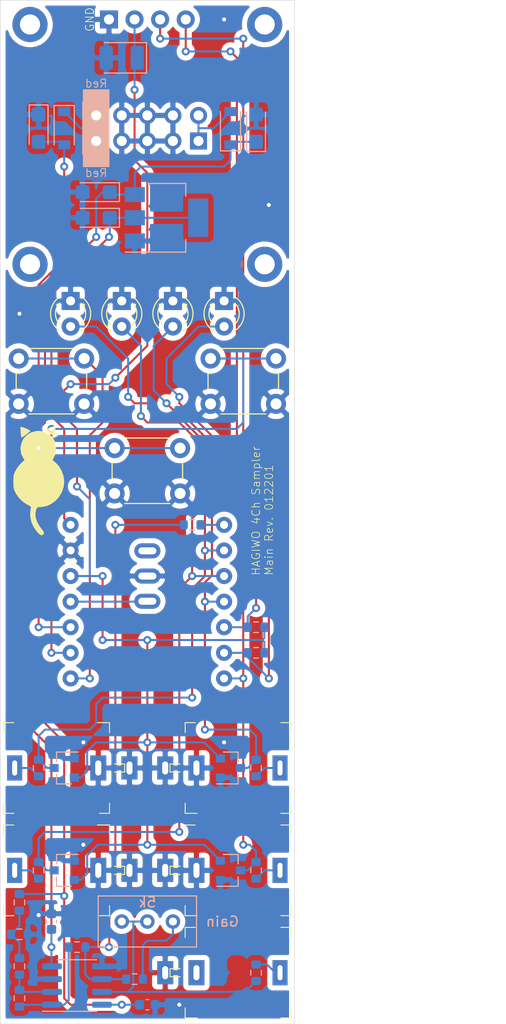
<source format=kicad_pcb>
(kicad_pcb (version 20171130) (host pcbnew "(5.1.10)-1")
  (layers (0 F.Cu signal) (31 B.Cu signal) (34 B.Paste user) (35 F.Paste user) (36 B.SilkS user) (37 F.SilkS user) (38 B.Mask user) (39 F.Mask user) (44 Edge.Cuts user))
  (net 0 "")
  (net 1 GND)
  (net 2 +3V3)
  (net 3 +12V)
  (net 4 +5V)
  (net 5 -12V)
  (net 6 D1)
  (net 7 D3)
  (net 8 D2)
  (net 9 D4)
  (net 10 "Net-(D9-Pad2)")
  (net 11 "Net-(D10-Pad1)")
  (net 12 SDA)
  (net 13 SCL)
  (net 14 "Net-(J1-PadT)")
  (net 15 "Net-(J2-PadT)")
  (net 16 "Net-(J3-PadT)")
  (net 17 "Net-(J4-PadT)")
  (net 18 "Net-(R12-Pad2)")
  (net 19 "Net-(R6-Pad2)")
  (net 20 "Net-(R10-Pad2)")
  (net 21 "Net-(R10-Pad1)")
  (net 22 "Net-(R11-Pad1)")
  (net 23 DAC)
  (net 24 "Net-(R14-Pad2)")
  (net 25 A7)
  (net 26 A8)
  (net 27 A9)
  (net 28 D10)
  (net 29 "Net-(J5-PadT)")
  (module "Eurorack_Synth:CATs Tiny" (layer F.Cu) (at 3.81 47.625)
    (fp_text reference G*** hide)
    (fp_text value LOGO hide)
  )
  (module OLED:0.96inch_OLED_MC096GX (layer F.Cu) (at 14.605 1.905)
    (fp_text reference DISP1 hide)
    (fp_text value MC096xx hide)
    (pad SDA thru_hole circle (at 3.81 0) (size 1.8 1.8) (drill 1) (layers *.Cu *.Mask) (net 12 SDA))
    (pad SCL thru_hole circle (at 1.27 0) (size 1.8 1.8) (drill 1) (layers *.Cu *.Mask) (net 13 SCL))
    (pad VCC thru_hole circle (at -1.27 0) (size 1.8 1.8) (drill 1) (layers *.Cu *.Mask) (net 2 +3V3))
    (pad GND thru_hole rect (at -3.81 0) (size 1.8 1.8) (drill 1) (layers *.Cu *.Mask) (net 1 GND))
    (pad "" np_thru_hole circle (at 11.65 24.3) (size 3.5 3.5) (drill 2) (layers *.Cu *.Mask))
    (pad "" np_thru_hole circle (at -11.65 24.3) (size 3.5 3.5) (drill 2) (layers *.Cu *.Mask))
    (pad "" np_thru_hole circle (at 11.65 0.5) (size 3.5 3.5) (drill 2) (layers *.Cu *.Mask))
    (pad "" np_thru_hole circle (at -11.65 0.5) (size 3.5 3.5) (drill 2) (layers *.Cu *.Mask))
  )
  (module Connector_Audio_QingPu:Jack_3.5mm_QingPu_WQP-PJ301M-12 (layer F.Cu) (at 6.35 86.36 90)
    (fp_text reference J3 hide)
    (fp_text value "Ch. 2 In" hide)
    (pad T thru_hole rect (at 0 -4.92 90) (size 2.5 1.5) (drill oval 1.5 0.5) (layers *.Cu *.Mask) (net 16 "Net-(J3-PadT)"))
    (pad TN thru_hole rect (at 0 3.38 90) (size 2.5 1.6) (drill oval 1.5 0.6) (layers *.Cu *.Mask) (net 1 GND))
    (pad S thru_hole rect (at 0 6.48 90) (size 2.3 1.6) (drill oval 1.3 0.6) (layers *.Cu *.Mask) (net 1 GND))
  )
  (module Package_TO_SOT_SMD:SOT-223-3_TabPin2 (layer B.Cu) (at 16.51 21.59)
    (fp_text reference U3 hide)
    (fp_text value AMS1117-5.0 hide)
    (pad 1 smd rect (at -3.15 2.3) (size 2 1.5) (layers B.Cu B.Paste B.Mask) (net 1 GND))
    (pad 3 smd rect (at -3.15 -2.3) (size 2 1.5) (layers B.Cu B.Paste B.Mask) (net 3 +12V))
    (pad 2 smd rect (at -3.15 0) (size 2 1.5) (layers B.Cu B.Paste B.Mask) (net 4 +5V))
    (pad 2 smd rect (at 3.15 0) (size 2 3.8) (layers B.Cu B.Paste B.Mask) (net 4 +5V))
  )
  (module "Seeduino_Xiao:Seeeduino XIAO Pin" (layer B.Cu) (at 14.605 59.69 180)
    (fp_text reference U2 hide)
    (fp_text value SeeeduinoXIAOPin hide)
    (pad 8 thru_hole circle (at 7.62 -7.62 180) (size 1.6 1.6) (drill 0.8) (layers *.Cu *.Mask) (net 25 A7))
    (pad 9 thru_hole circle (at 7.62 -5.08 180) (size 1.6 1.6) (drill 0.8) (layers *.Cu *.Mask) (net 26 A8))
    (pad 10 thru_hole circle (at 7.62 -2.54 180) (size 1.6 1.6) (drill 0.8) (layers *.Cu *.Mask) (net 27 A9))
    (pad 11 thru_hole circle (at 7.62 0 180) (size 1.6 1.6) (drill 0.8) (layers *.Cu *.Mask) (net 28 D10))
    (pad 12 thru_hole circle (at 7.62 2.54 180) (size 1.6 1.6) (drill 0.8) (layers *.Cu *.Mask) (net 2 +3V3))
    (pad 13 thru_hole circle (at 7.62 5.08 180) (size 1.6 1.6) (drill 0.8) (layers *.Cu *.Mask) (net 1 GND))
    (pad 14 thru_hole circle (at 7.62 7.62 180) (size 1.6 1.6) (drill 0.8) (layers *.Cu *.Mask) (net 4 +5V))
    (pad 7 thru_hole circle (at -7.62 -7.62 180) (size 1.6 1.6) (drill 0.8) (layers *.Cu *.Mask) (net 9 D4))
    (pad 6 thru_hole circle (at -7.62 -5.08 180) (size 1.6 1.6) (drill 0.8) (layers *.Cu *.Mask) (net 13 SCL))
    (pad 5 thru_hole circle (at -7.62 -2.54 180) (size 1.6 1.6) (drill 0.8) (layers *.Cu *.Mask) (net 12 SDA))
    (pad 4 thru_hole circle (at -7.62 0 180) (size 1.6 1.6) (drill 0.8) (layers *.Cu *.Mask) (net 7 D3))
    (pad 3 thru_hole circle (at -7.62 2.54 180) (size 1.6 1.6) (drill 0.8) (layers *.Cu *.Mask) (net 8 D2))
    (pad 2 thru_hole circle (at -7.62 5.08 180) (size 1.6 1.6) (drill 0.8) (layers *.Cu *.Mask) (net 6 D1))
    (pad 1 thru_hole circle (at -7.62 7.62 180) (size 1.6 1.6) (drill 0.8) (layers *.Cu *.Mask) (net 23 DAC))
  )
  (module Package_SO:SOIC-8_3.9x4.9mm_P1.27mm (layer B.Cu) (at 7.62 97.79)
    (fp_text reference U1 hide)
    (fp_text value TL072CDT hide)
    (pad 8 smd roundrect (at 2.475 1.905) (size 1.95 0.6) (layers B.Cu B.Paste B.Mask) (net 3 +12V))
    (pad 7 smd roundrect (at 2.475 0.635) (size 1.95 0.6) (layers B.Cu B.Paste B.Mask) (net 24 "Net-(R14-Pad2)"))
    (pad 6 smd roundrect (at 2.475 -0.635) (size 1.95 0.6) (layers B.Cu B.Paste B.Mask) (net 21 "Net-(R10-Pad1)"))
    (pad 5 smd roundrect (at 2.475 -1.905) (size 1.95 0.6) (layers B.Cu B.Paste B.Mask) (net 1 GND))
    (pad 4 smd roundrect (at -2.475 -1.905) (size 1.95 0.6) (layers B.Cu B.Paste B.Mask) (net 5 -12V))
    (pad 3 smd roundrect (at -2.475 -0.635) (size 1.95 0.6) (layers B.Cu B.Paste B.Mask) (net 1 GND))
    (pad 2 smd roundrect (at -2.475 0.635) (size 1.95 0.6) (layers B.Cu B.Paste B.Mask) (net 19 "Net-(R6-Pad2)"))
    (pad 1 smd roundrect (at -2.475 1.905) (size 1.95 0.6) (layers B.Cu B.Paste B.Mask) (net 20 "Net-(R10-Pad2)"))
  )
  (module Potentiometer_THT:Potentiometer_Bourns_3296W_Vertical (layer B.Cu) (at 17.145 91.44)
    (fp_text reference T1 hide)
    (fp_text value 5k (at -2.54 -1.905) (layer B.SilkS) (effects (justify mirror)))
    (pad 3 thru_hole circle (at -5.08 0) (size 1.44 1.44) (drill 0.8) (layers *.Cu *.Mask) (net 24 "Net-(R14-Pad2)"))
    (pad 2 thru_hole circle (at -2.54 0) (size 1.44 1.44) (drill 0.8) (layers *.Cu *.Mask) (net 24 "Net-(R14-Pad2)"))
    (pad 1 thru_hole circle (at 0 0) (size 1.44 1.44) (drill 0.8) (layers *.Cu *.Mask) (net 22 "Net-(R11-Pad1)"))
  )
  (module Switches_SMTS:SMTS-1xx-Solder (layer F.Cu) (at 14.605 57.15 90)
    (fp_text reference SW4 hide)
    (fp_text value Mode hide)
    (pad 3 thru_hole oval (at 2.5 0 90) (size 1.5 2.6) (drill oval 0.7 1.8) (layers *.Cu *.Mask))
    (pad 2 thru_hole oval (at -2.5 0 90) (size 1.5 2.6) (drill oval 0.7 1.8) (layers *.Cu *.Mask) (net 28 D10))
    (pad 1 thru_hole oval (at 0 0 90) (size 1.5 2.6) (drill oval 0.7 1.8) (layers *.Cu *.Mask) (net 1 GND))
  )
  (module Button_Switch_THT:SW_PUSH_6mm (layer F.Cu) (at 11.355 44.45)
    (fp_text reference SW3 hide)
    (fp_text value Down hide)
    (pad 1 thru_hole circle (at 6.5 0 90) (size 2 2) (drill 1.1) (layers *.Cu *.Mask) (net 27 A9))
    (pad 2 thru_hole circle (at 6.5 4.5 90) (size 2 2) (drill 1.1) (layers *.Cu *.Mask) (net 1 GND))
    (pad 1 thru_hole circle (at 0 0 90) (size 2 2) (drill 1.1) (layers *.Cu *.Mask) (net 27 A9))
    (pad 2 thru_hole circle (at 0 4.5 90) (size 2 2) (drill 1.1) (layers *.Cu *.Mask) (net 1 GND))
  )
  (module Button_Switch_THT:SW_PUSH_6mm (layer F.Cu) (at 20.88 35.56)
    (fp_text reference SW2 hide)
    (fp_text value Right hide)
    (pad 1 thru_hole circle (at 6.5 0 90) (size 2 2) (drill 1.1) (layers *.Cu *.Mask) (net 26 A8))
    (pad 2 thru_hole circle (at 6.5 4.5 90) (size 2 2) (drill 1.1) (layers *.Cu *.Mask) (net 1 GND))
    (pad 1 thru_hole circle (at 0 0 90) (size 2 2) (drill 1.1) (layers *.Cu *.Mask) (net 26 A8))
    (pad 2 thru_hole circle (at 0 4.5 90) (size 2 2) (drill 1.1) (layers *.Cu *.Mask) (net 1 GND))
  )
  (module Button_Switch_THT:SW_PUSH_6mm (layer F.Cu) (at 1.83 35.56)
    (fp_text reference SW1 hide)
    (fp_text value Left hide)
    (pad 1 thru_hole circle (at 6.5 0 90) (size 2 2) (drill 1.1) (layers *.Cu *.Mask) (net 25 A7))
    (pad 2 thru_hole circle (at 6.5 4.5 90) (size 2 2) (drill 1.1) (layers *.Cu *.Mask) (net 1 GND))
    (pad 1 thru_hole circle (at 0 0 90) (size 2 2) (drill 1.1) (layers *.Cu *.Mask) (net 25 A7))
    (pad 2 thru_hole circle (at 0 4.5 90) (size 2 2) (drill 1.1) (layers *.Cu *.Mask) (net 1 GND))
  )
  (module Resistor_SMD:R_0603_1608Metric (layer B.Cu) (at 25.4 96.52 270)
    (fp_text reference R14 hide)
    (fp_text value 1k hide)
    (pad 2 smd roundrect (at 0.825 0 270) (size 0.8 0.95) (layers B.Cu B.Paste B.Mask) (net 24 "Net-(R14-Pad2)"))
    (pad 1 smd roundrect (at -0.825 0 270) (size 0.8 0.95) (layers B.Cu B.Paste B.Mask) (net 29 "Net-(J5-PadT)"))
  )
  (module Resistor_SMD:R_0603_1608Metric (layer B.Cu) (at 19.05 52.07)
    (fp_text reference R13 hide)
    (fp_text value 10k hide)
    (pad 2 smd roundrect (at 0.825 0) (size 0.8 0.95) (layers B.Cu B.Paste B.Mask) (net 23 DAC))
    (pad 1 smd roundrect (at -0.825 0) (size 0.8 0.95) (layers B.Cu B.Paste B.Mask) (net 21 "Net-(R10-Pad1)"))
  )
  (module Resistor_SMD:R_0603_1608Metric (layer B.Cu) (at 1.905 92.71 180)
    (fp_text reference R12 hide)
    (fp_text value 1k5 hide)
    (pad 2 smd roundrect (at 0.825 0 180) (size 0.8 0.95) (layers B.Cu B.Paste B.Mask) (net 18 "Net-(R12-Pad2)"))
    (pad 1 smd roundrect (at -0.825 0 180) (size 0.8 0.95) (layers B.Cu B.Paste B.Mask) (net 1 GND))
  )
  (module Resistor_SMD:R_0603_1608Metric (layer B.Cu) (at 13.335 97.155 180)
    (fp_text reference R11 hide)
    (fp_text value 27k hide)
    (pad 2 smd roundrect (at 0.825 0 180) (size 0.8 0.95) (layers B.Cu B.Paste B.Mask) (net 21 "Net-(R10-Pad1)"))
    (pad 1 smd roundrect (at -0.825 0 180) (size 0.8 0.95) (layers B.Cu B.Paste B.Mask) (net 22 "Net-(R11-Pad1)"))
  )
  (module Resistor_SMD:R_0603_1608Metric (layer B.Cu) (at 7.62 93.98 180)
    (fp_text reference R10 hide)
    (fp_text value 10k hide)
    (pad 2 smd roundrect (at 0.825 0 180) (size 0.8 0.95) (layers B.Cu B.Paste B.Mask) (net 20 "Net-(R10-Pad2)"))
    (pad 1 smd roundrect (at -0.825 0 180) (size 0.8 0.95) (layers B.Cu B.Paste B.Mask) (net 21 "Net-(R10-Pad1)"))
  )
  (module Resistor_SMD:R_0603_1608Metric (layer B.Cu) (at 1.905 95.885 90)
    (fp_text reference R9 hide)
    (fp_text value 10k hide)
    (pad 2 smd roundrect (at 0.825 0 90) (size 0.8 0.95) (layers B.Cu B.Paste B.Mask) (net 18 "Net-(R12-Pad2)"))
    (pad 1 smd roundrect (at -0.825 0 90) (size 0.8 0.95) (layers B.Cu B.Paste B.Mask) (net 19 "Net-(R6-Pad2)"))
  )
  (module Resistor_SMD:R_0603_1608Metric (layer B.Cu) (at 25.4 86.36 270)
    (fp_text reference R8 hide)
    (fp_text value 33k hide)
    (pad 2 smd roundrect (at 0.825 0 270) (size 0.8 0.95) (layers B.Cu B.Paste B.Mask) (net 17 "Net-(J4-PadT)"))
    (pad 1 smd roundrect (at -0.825 0 270) (size 0.8 0.95) (layers B.Cu B.Paste B.Mask) (net 9 D4))
  )
  (module Resistor_SMD:R_0603_1608Metric (layer B.Cu) (at 3.81 86.36 270)
    (fp_text reference R7 hide)
    (fp_text value 33k hide)
    (pad 2 smd roundrect (at 0.825 0 270) (size 0.8 0.95) (layers B.Cu B.Paste B.Mask) (net 16 "Net-(J3-PadT)"))
    (pad 1 smd roundrect (at -0.825 0 270) (size 0.8 0.95) (layers B.Cu B.Paste B.Mask) (net 8 D2))
  )
  (module Resistor_SMD:R_0603_1608Metric (layer B.Cu) (at 1.905 99.06 90)
    (fp_text reference R6 hide)
    (fp_text value 10k hide)
    (pad 2 smd roundrect (at 0.825 0 90) (size 0.8 0.95) (layers B.Cu B.Paste B.Mask) (net 19 "Net-(R6-Pad2)"))
    (pad 1 smd roundrect (at -0.825 0 90) (size 0.8 0.95) (layers B.Cu B.Paste B.Mask) (net 20 "Net-(R10-Pad2)"))
  )
  (module Resistor_SMD:R_0603_1608Metric (layer B.Cu) (at 1.905 89.535 90)
    (fp_text reference R5 hide)
    (fp_text value 7k5 hide)
    (pad 2 smd roundrect (at 0.825 0 90) (size 0.8 0.95) (layers B.Cu B.Paste B.Mask) (net 3 +12V))
    (pad 1 smd roundrect (at -0.825 0 90) (size 0.8 0.95) (layers B.Cu B.Paste B.Mask) (net 18 "Net-(R12-Pad2)"))
  )
  (module Resistor_SMD:R_0603_1608Metric (layer B.Cu) (at 25.4 76.2 270)
    (fp_text reference R4 hide)
    (fp_text value 33k hide)
    (pad 2 smd roundrect (at 0.825 0 270) (size 0.8 0.95) (layers B.Cu B.Paste B.Mask) (net 15 "Net-(J2-PadT)"))
    (pad 1 smd roundrect (at -0.825 0 270) (size 0.8 0.95) (layers B.Cu B.Paste B.Mask) (net 7 D3))
  )
  (module Resistor_SMD:R_0603_1608Metric (layer B.Cu) (at 3.81 76.2 270)
    (fp_text reference R3 hide)
    (fp_text value 33k hide)
    (pad 2 smd roundrect (at 0.825 0 270) (size 0.8 0.95) (layers B.Cu B.Paste B.Mask) (net 14 "Net-(J1-PadT)"))
    (pad 1 smd roundrect (at -0.825 0 270) (size 0.8 0.95) (layers B.Cu B.Paste B.Mask) (net 6 D1))
  )
  (module Resistor_SMD:R_0603_1608Metric (layer B.Cu) (at 25.4 64.77)
    (fp_text reference R2 hide)
    (fp_text value 3k3 hide)
    (pad 2 smd roundrect (at 0.825 0) (size 0.8 0.95) (layers B.Cu B.Paste B.Mask) (net 2 +3V3))
    (pad 1 smd roundrect (at -0.825 0) (size 0.8 0.95) (layers B.Cu B.Paste B.Mask) (net 13 SCL))
  )
  (module Resistor_SMD:R_0603_1608Metric (layer B.Cu) (at 25.4 62.23)
    (fp_text reference R1 hide)
    (fp_text value 3k3 hide)
    (pad 2 smd roundrect (at 0.825 0) (size 0.8 0.95) (layers B.Cu B.Paste B.Mask) (net 2 +3V3))
    (pad 1 smd roundrect (at -0.825 0) (size 0.8 0.95) (layers B.Cu B.Paste B.Mask) (net 12 SDA))
  )
  (module Eurorack_Synth:Power_2x5_Vertical (layer B.Cu) (at 19.685 13.97 90)
    (fp_text reference J6 hide)
    (fp_text value Power hide)
    (fp_text user Red (at -3.175 -10.16 180) (layer B.SilkS) (effects (font (size 0.8 0.8) (thickness 0.1)) (justify mirror)))
    (fp_text user Red (at 5.715 -10.16 180) (layer B.SilkS) (effects (font (size 0.8 0.8) (thickness 0.1)) (justify mirror)))
    (pad -12V thru_hole oval (at 2.54 -10.16 90) (size 1.7 1.7) (drill 1) (layers *.Cu *.Mask) (net 11 "Net-(D10-Pad1)"))
    (pad -12V thru_hole oval (at 0 -10.16 90) (size 1.7 1.7) (drill 1) (layers *.Cu *.Mask) (net 11 "Net-(D10-Pad1)"))
    (pad GND thru_hole oval (at 2.54 -7.62 90) (size 1.7 1.7) (drill 1) (layers *.Cu *.Mask) (net 1 GND))
    (pad GND thru_hole oval (at 0 -7.62 90) (size 1.7 1.7) (drill 1) (layers *.Cu *.Mask) (net 1 GND))
    (pad GND thru_hole oval (at 2.54 -5.08 90) (size 1.7 1.7) (drill 1) (layers *.Cu *.Mask) (net 1 GND))
    (pad GND thru_hole oval (at 0 -5.08 90) (size 1.7 1.7) (drill 1) (layers *.Cu *.Mask) (net 1 GND))
    (pad GND thru_hole oval (at 2.54 -2.54 90) (size 1.7 1.7) (drill 1) (layers *.Cu *.Mask) (net 1 GND))
    (pad GND thru_hole oval (at 0 -2.54 90) (size 1.7 1.7) (drill 1) (layers *.Cu *.Mask) (net 1 GND))
    (pad +12V thru_hole oval (at 2.54 0 90) (size 1.7 1.7) (drill 1) (layers *.Cu *.Mask) (net 10 "Net-(D9-Pad2)"))
    (pad +12V thru_hole rect (at 0 0 90) (size 1.7 1.7) (drill 1) (layers *.Cu *.Mask) (net 10 "Net-(D9-Pad2)"))
  )
  (module Connector_Audio_QingPu:Jack_3.5mm_QingPu_WQP-PJ301M-12 (layer F.Cu) (at 22.86 96.52 270)
    (fp_text reference J5 hide)
    (fp_text value Out hide)
    (pad T thru_hole rect (at 0 -4.92 270) (size 2.5 1.5) (drill oval 1.5 0.5) (layers *.Cu *.Mask) (net 29 "Net-(J5-PadT)"))
    (pad TN thru_hole rect (at 0 3.38 270) (size 2.5 1.6) (drill oval 1.5 0.6) (layers *.Cu *.Mask))
    (pad S thru_hole rect (at 0 6.48 270) (size 2.3 1.6) (drill oval 1.3 0.6) (layers *.Cu *.Mask) (net 1 GND))
  )
  (module Connector_Audio_QingPu:Jack_3.5mm_QingPu_WQP-PJ301M-12 (layer F.Cu) (at 22.86 86.36 270)
    (fp_text reference J4 hide)
    (fp_text value "Ch. 4 In" hide)
    (pad T thru_hole rect (at 0 -4.92 270) (size 2.5 1.5) (drill oval 1.5 0.5) (layers *.Cu *.Mask) (net 17 "Net-(J4-PadT)"))
    (pad TN thru_hole rect (at 0 3.38 270) (size 2.5 1.6) (drill oval 1.5 0.6) (layers *.Cu *.Mask) (net 1 GND))
    (pad S thru_hole rect (at 0 6.48 270) (size 2.3 1.6) (drill oval 1.3 0.6) (layers *.Cu *.Mask) (net 1 GND))
  )
  (module Connector_Audio_QingPu:Jack_3.5mm_QingPu_WQP-PJ301M-12 (layer F.Cu) (at 22.86 76.2 270)
    (fp_text reference J2 hide)
    (fp_text value "Ch. 3 In" hide)
    (pad T thru_hole rect (at 0 -4.92 270) (size 2.5 1.5) (drill oval 1.5 0.5) (layers *.Cu *.Mask) (net 15 "Net-(J2-PadT)"))
    (pad TN thru_hole rect (at 0 3.38 270) (size 2.5 1.6) (drill oval 1.5 0.6) (layers *.Cu *.Mask) (net 1 GND))
    (pad S thru_hole rect (at 0 6.48 270) (size 2.3 1.6) (drill oval 1.3 0.6) (layers *.Cu *.Mask) (net 1 GND))
  )
  (module Connector_Audio_QingPu:Jack_3.5mm_QingPu_WQP-PJ301M-12 (layer F.Cu) (at 6.35 76.2 90)
    (fp_text reference J1 hide)
    (fp_text value "Ch. 1 In" hide)
    (pad T thru_hole rect (at 0 -4.92 90) (size 2.5 1.5) (drill oval 1.5 0.5) (layers *.Cu *.Mask) (net 14 "Net-(J1-PadT)"))
    (pad TN thru_hole rect (at 0 3.38 90) (size 2.5 1.6) (drill oval 1.5 0.6) (layers *.Cu *.Mask) (net 1 GND))
    (pad S thru_hole rect (at 0 6.48 90) (size 2.3 1.6) (drill oval 1.3 0.6) (layers *.Cu *.Mask) (net 1 GND))
  )
  (module Diode_SMD:D_SOD-123 (layer B.Cu) (at 6.35 12.7 270)
    (fp_text reference D10 hide)
    (fp_text value "B5819W SL" hide)
    (pad 2 smd rect (at 1.65 0 270) (size 0.9 1.2) (layers B.Cu B.Paste B.Mask) (net 5 -12V))
    (pad 1 smd rect (at -1.65 0 270) (size 0.9 1.2) (layers B.Cu B.Paste B.Mask) (net 11 "Net-(D10-Pad1)"))
  )
  (module Diode_SMD:D_SOD-123 (layer B.Cu) (at 22.86 12.7 90)
    (fp_text reference D9 hide)
    (fp_text value "B5819W SL" hide)
    (pad 2 smd rect (at 1.65 0 90) (size 0.9 1.2) (layers B.Cu B.Paste B.Mask) (net 10 "Net-(D9-Pad2)"))
    (pad 1 smd rect (at -1.65 0 90) (size 0.9 1.2) (layers B.Cu B.Paste B.Mask) (net 3 +12V))
  )
  (module LED_THT:LED_D3.0mm (layer F.Cu) (at 22.225 29.845 270)
    (fp_text reference D8 hide)
    (fp_text value "Ch 4" hide)
    (pad 2 thru_hole circle (at 2.54 0 270) (size 1.8 1.8) (drill 0.9) (layers *.Cu *.Mask) (net 9 D4))
    (pad 1 thru_hole rect (at 0 0 270) (size 1.8 1.8) (drill 0.9) (layers *.Cu *.Mask) (net 1 GND))
  )
  (module LED_THT:LED_D3.0mm (layer F.Cu) (at 12.065 29.845 270)
    (fp_text reference D7 hide)
    (fp_text value "Ch 2" hide)
    (pad 2 thru_hole circle (at 2.54 0 270) (size 1.8 1.8) (drill 0.9) (layers *.Cu *.Mask) (net 8 D2))
    (pad 1 thru_hole rect (at 0 0 270) (size 1.8 1.8) (drill 0.9) (layers *.Cu *.Mask) (net 1 GND))
  )
  (module Package_TO_SOT_SMD:SOT-23 (layer B.Cu) (at 22.86 86.36)
    (fp_text reference D6 hide)
    (fp_text value BAV99 hide)
    (pad 3 smd rect (at 1 0) (size 0.9 0.8) (layers B.Cu B.Paste B.Mask) (net 9 D4))
    (pad 2 smd rect (at -1 -0.95) (size 0.9 0.8) (layers B.Cu B.Paste B.Mask) (net 2 +3V3))
    (pad 1 smd rect (at -1 0.95) (size 0.9 0.8) (layers B.Cu B.Paste B.Mask) (net 1 GND))
  )
  (module Package_TO_SOT_SMD:SOT-23 (layer B.Cu) (at 6.35 86.36 180)
    (fp_text reference D5 hide)
    (fp_text value BAV99 hide)
    (pad 3 smd rect (at 1 0 180) (size 0.9 0.8) (layers B.Cu B.Paste B.Mask) (net 8 D2))
    (pad 2 smd rect (at -1 -0.95 180) (size 0.9 0.8) (layers B.Cu B.Paste B.Mask) (net 2 +3V3))
    (pad 1 smd rect (at -1 0.95 180) (size 0.9 0.8) (layers B.Cu B.Paste B.Mask) (net 1 GND))
  )
  (module LED_THT:LED_D3.0mm (layer F.Cu) (at 17.145 29.845 270)
    (fp_text reference D4 hide)
    (fp_text value "Ch 3" hide)
    (pad 2 thru_hole circle (at 2.54 0 270) (size 1.8 1.8) (drill 0.9) (layers *.Cu *.Mask) (net 7 D3))
    (pad 1 thru_hole rect (at 0 0 270) (size 1.8 1.8) (drill 0.9) (layers *.Cu *.Mask) (net 1 GND))
  )
  (module LED_THT:LED_D3.0mm (layer F.Cu) (at 6.985 29.845 270)
    (fp_text reference D3 hide)
    (fp_text value "Ch 1" hide)
    (pad 2 thru_hole circle (at 2.54 0 270) (size 1.8 1.8) (drill 0.9) (layers *.Cu *.Mask) (net 6 D1))
    (pad 1 thru_hole rect (at 0 0 270) (size 1.8 1.8) (drill 0.9) (layers *.Cu *.Mask) (net 1 GND))
  )
  (module Package_TO_SOT_SMD:SOT-23 (layer B.Cu) (at 22.86 76.2)
    (fp_text reference D2 hide)
    (fp_text value BAV99 hide)
    (pad 3 smd rect (at 1 0) (size 0.9 0.8) (layers B.Cu B.Paste B.Mask) (net 7 D3))
    (pad 2 smd rect (at -1 -0.95) (size 0.9 0.8) (layers B.Cu B.Paste B.Mask) (net 2 +3V3))
    (pad 1 smd rect (at -1 0.95) (size 0.9 0.8) (layers B.Cu B.Paste B.Mask) (net 1 GND))
  )
  (module Package_TO_SOT_SMD:SOT-23 (layer B.Cu) (at 6.35 76.2 180)
    (fp_text reference D1 hide)
    (fp_text value BAV99 hide)
    (pad 3 smd rect (at 1 0 180) (size 0.9 0.8) (layers B.Cu B.Paste B.Mask) (net 6 D1))
    (pad 2 smd rect (at -1 -0.95 180) (size 0.9 0.8) (layers B.Cu B.Paste B.Mask) (net 2 +3V3))
    (pad 1 smd rect (at -1 0.95 180) (size 0.9 0.8) (layers B.Cu B.Paste B.Mask) (net 1 GND))
  )
  (module Capacitor_SMD:C_0603_1608Metric (layer B.Cu) (at 5.08 91.44 90)
    (fp_text reference C8 hide)
    (fp_text value 100n hide)
    (pad 2 smd roundrect (at 0.775 0 90) (size 0.9 0.95) (layers B.Cu B.Paste B.Mask) (net 1 GND))
    (pad 1 smd roundrect (at -0.775 0 90) (size 0.9 0.95) (layers B.Cu B.Paste B.Mask) (net 5 -12V))
  )
  (module Capacitor_Tantalum_SMD:CP_EIA-3216-18_Kemet-A (layer B.Cu) (at 3.81 12.7 270)
    (fp_text reference C7 hide)
    (fp_text value 10uF/16V hide)
    (pad 2 smd roundrect (at 1.35 0 270) (size 1.4 1.35) (layers B.Cu B.Paste B.Mask) (roundrect_rratio 0.1851844444444445) (net 5 -12V))
    (pad 1 smd roundrect (at -1.35 0 270) (size 1.4 1.35) (layers B.Cu B.Paste B.Mask) (roundrect_rratio 0.1851844444444445) (net 1 GND))
  )
  (module Capacitor_SMD:C_0603_1608Metric (layer B.Cu) (at 14.605 99.695 180)
    (fp_text reference C6 hide)
    (fp_text value 100n hide)
    (pad 2 smd roundrect (at 0.775 0 180) (size 0.9 0.95) (layers B.Cu B.Paste B.Mask) (net 3 +12V))
    (pad 1 smd roundrect (at -0.775 0 180) (size 0.9 0.95) (layers B.Cu B.Paste B.Mask) (net 1 GND))
  )
  (module Capacitor_Tantalum_SMD:CP_EIA-3216-18_Kemet-A (layer B.Cu) (at 9.525 21.59 180)
    (fp_text reference C5 hide)
    (fp_text value 10uF/16V hide)
    (pad 2 smd roundrect (at 1.35 0 180) (size 1.4 1.35) (layers B.Cu B.Paste B.Mask) (roundrect_rratio 0.1851844444444445) (net 1 GND))
    (pad 1 smd roundrect (at -1.35 0 180) (size 1.4 1.35) (layers B.Cu B.Paste B.Mask) (roundrect_rratio 0.1851844444444445) (net 4 +5V))
  )
  (module Capacitor_Tantalum_SMD:CP_EIA-3216-18_Kemet-A (layer B.Cu) (at 9.525 19.05 180)
    (fp_text reference C4 hide)
    (fp_text value 10uF/16V hide)
    (pad 2 smd roundrect (at 1.35 0 180) (size 1.4 1.35) (layers B.Cu B.Paste B.Mask) (roundrect_rratio 0.1851844444444445) (net 1 GND))
    (pad 1 smd roundrect (at -1.35 0 180) (size 1.4 1.35) (layers B.Cu B.Paste B.Mask) (roundrect_rratio 0.1851844444444445) (net 3 +12V))
  )
  (module Capacitor_Tantalum_SMD:CP_EIA-3216-18_Kemet-A (layer B.Cu) (at 25.4 12.7 90)
    (fp_text reference C3 hide)
    (fp_text value 10uF/16V hide)
    (pad 2 smd roundrect (at 1.35 0 90) (size 1.4 1.35) (layers B.Cu B.Paste B.Mask) (roundrect_rratio 0.1851844444444445) (net 1 GND))
    (pad 1 smd roundrect (at -1.35 0 90) (size 1.4 1.35) (layers B.Cu B.Paste B.Mask) (roundrect_rratio 0.1851844444444445) (net 3 +12V))
  )
  (module Capacitor_Tantalum_SMD:CP_EIA-3528-21_Kemet-B (layer B.Cu) (at 12.065 5.715 180)
    (fp_text reference C1 hide)
    (fp_text value 100uF/6.3V hide)
    (pad 2 smd roundrect (at 1.5375 0 180) (size 1.325 2.35) (layers B.Cu B.Paste B.Mask) (roundrect_rratio 0.1886784905660377) (net 1 GND))
    (pad 1 smd roundrect (at -1.5375 0 180) (size 1.325 2.35) (layers B.Cu B.Paste B.Mask) (roundrect_rratio 0.1886784905660377) (net 2 +3V3))
  )
  (gr_text "HAGIWO 4Ch Sampler\nMain Rev. 012201" (at 26.035 57.15 90) (layer F.SilkS) (effects (font (size 0.8 0.8) (thickness 0.07)) (justify left)))
  (gr_text Gain (at 20.32 91.44) (layer B.SilkS) (effects (font (size 1 1)) (justify right mirror)))
  (gr_text GND (at 8.89 1.905 90) (layer F.SilkS) (effects (font (size 0.8 0.8) (thickness 0.08))))
  (gr_line (start 0 101.6) (end 0 0) (layer Edge.Cuts) (width 0.05))
  (gr_line (start 29.21 101.6) (end 0 101.6) (layer Edge.Cuts) (width 0.05))
  (gr_line (start 29.21 0) (end 29.21 101.6) (layer Edge.Cuts) (width 0.05))
  (gr_line (start 0 0) (end 29.21 0) (layer Edge.Cuts) (width 0.05))
  (via (at 3.81 90.805) (size 0.8) (drill 0.4) (layers F.Cu B.Cu) (net 1))
  (via (at 17.78 99.695) (size 0.8) (drill 0.4) (layers F.Cu B.Cu) (net 1))
  (via (at 8.255 83.82) (size 0.8) (drill 0.4) (layers F.Cu B.Cu) (net 1))
  (via (at 8.255 73.66) (size 0.8) (drill 0.4) (layers F.Cu B.Cu) (net 1))
  (via (at 26.67 20.32) (size 0.8) (drill 0.4) (layers F.Cu B.Cu) (net 1))
  (via (at 1.905 31.115) (size 0.8) (drill 0.4) (layers F.Cu B.Cu) (net 1))
  (via (at 22.225 1.905) (size 0.8) (drill 0.4) (layers F.Cu B.Cu) (net 1))
  (via (at 22.225 73.66) (size 0.8) (drill 0.4) (layers F.Cu B.Cu) (net 1))
  (via (at 7.62 48.26) (size 0.8) (drill 0.4) (layers F.Cu B.Cu) (net 2))
  (segment (start 20.27 83.82) (end 21.86 85.41) (width 0.2) (layer B.Cu) (net 2))
  (segment (start 9.679998 83.82) (end 14.605 83.82) (width 0.2) (layer B.Cu) (net 2))
  (segment (start 8.629999 86.680001) (end 8.629999 84.869999) (width 0.2) (layer B.Cu) (net 2))
  (segment (start 8.629999 84.869999) (end 9.679998 83.82) (width 0.2) (layer B.Cu) (net 2))
  (segment (start 8 87.31) (end 8.629999 86.680001) (width 0.2) (layer B.Cu) (net 2))
  (segment (start 7.35 87.31) (end 8 87.31) (width 0.2) (layer B.Cu) (net 2))
  (segment (start 14.605 83.82) (end 20.27 83.82) (width 0.2) (layer B.Cu) (net 2))
  (via (at 14.605 83.82) (size 0.8) (drill 0.4) (layers F.Cu B.Cu) (net 2))
  (segment (start 14.605 83.82) (end 14.605 73.66) (width 0.2) (layer F.Cu) (net 2))
  (via (at 14.605 73.66) (size 0.8) (drill 0.4) (layers F.Cu B.Cu) (net 2))
  (segment (start 20.27 73.66) (end 14.605 73.66) (width 0.2) (layer B.Cu) (net 2))
  (segment (start 21.86 75.25) (end 20.27 73.66) (width 0.2) (layer B.Cu) (net 2))
  (segment (start 8.629999 76.520001) (end 8.629999 74.555001) (width 0.2) (layer B.Cu) (net 2))
  (segment (start 8 77.15) (end 8.629999 76.520001) (width 0.2) (layer B.Cu) (net 2))
  (segment (start 7.35 77.15) (end 8 77.15) (width 0.2) (layer B.Cu) (net 2))
  (segment (start 9.525 73.66) (end 14.605 73.66) (width 0.2) (layer B.Cu) (net 2))
  (segment (start 8.629999 74.555001) (end 9.525 73.66) (width 0.2) (layer B.Cu) (net 2))
  (segment (start 14.605 73.66) (end 14.605 63.5) (width 0.2) (layer F.Cu) (net 2))
  (segment (start 14.605 63.5) (end 14.605 63.5) (width 0.2) (layer F.Cu) (net 2))
  (via (at 14.605 63.5) (size 0.8) (drill 0.4) (layers F.Cu B.Cu) (net 2))
  (segment (start 14.605 63.5) (end 26.035 63.5) (width 0.2) (layer B.Cu) (net 2))
  (segment (start 26.225 64.77) (end 26.225 63.69) (width 0.2) (layer B.Cu) (net 2))
  (segment (start 26.225 63.69) (end 26.035 63.5) (width 0.2) (layer B.Cu) (net 2))
  (segment (start 26.225 63.31) (end 26.035 63.5) (width 0.2) (layer B.Cu) (net 2))
  (segment (start 26.225 62.23) (end 26.225 63.31) (width 0.2) (layer B.Cu) (net 2))
  (segment (start 14.605 63.5) (end 10.16 63.5) (width 0.2) (layer B.Cu) (net 2))
  (segment (start 10.16 63.5) (end 10.16 63.5) (width 0.2) (layer B.Cu) (net 2))
  (via (at 10.16 63.5) (size 0.8) (drill 0.4) (layers F.Cu B.Cu) (net 2))
  (segment (start 10.16 63.5) (end 10.16 57.15) (width 0.2) (layer F.Cu) (net 2))
  (segment (start 10.16 57.15) (end 10.16 57.15) (width 0.2) (layer F.Cu) (net 2))
  (via (at 10.16 57.15) (size 0.8) (drill 0.4) (layers F.Cu B.Cu) (net 2))
  (segment (start 13.335 5.4475) (end 13.6025 5.715) (width 0.2) (layer B.Cu) (net 2))
  (segment (start 13.335 1.905) (end 13.335 5.4475) (width 0.2) (layer B.Cu) (net 2))
  (segment (start 7.62 48.26) (end 8.89 49.53) (width 0.2) (layer B.Cu) (net 2))
  (segment (start 8.89 49.53) (end 8.89 57.15) (width 0.2) (layer B.Cu) (net 2))
  (segment (start 8.89 57.15) (end 10.16 57.15) (width 0.2) (layer B.Cu) (net 2))
  (segment (start 6.985 57.15) (end 8.89 57.15) (width 0.2) (layer B.Cu) (net 2))
  (segment (start 7.62 48.26) (end 7.62 42.545) (width 0.2) (layer F.Cu) (net 2))
  (segment (start 7.62 42.545) (end 5.715 40.64) (width 0.2) (layer F.Cu) (net 2))
  (segment (start 5.715 40.64) (end 5.715 39.37) (width 0.2) (layer F.Cu) (net 2))
  (segment (start 5.715 39.37) (end 6.985 38.1) (width 0.2) (layer F.Cu) (net 2))
  (segment (start 6.985 38.1) (end 6.985 38.1) (width 0.2) (layer F.Cu) (net 2))
  (via (at 6.985 38.1) (size 0.8) (drill 0.4) (layers F.Cu B.Cu) (net 2))
  (segment (start 6.985 38.1) (end 10.795 38.1) (width 0.2) (layer B.Cu) (net 2))
  (segment (start 10.795 38.1) (end 11.43 37.465) (width 0.2) (layer B.Cu) (net 2))
  (segment (start 11.43 37.465) (end 11.43 37.465) (width 0.2) (layer B.Cu) (net 2))
  (via (at 11.43 37.465) (size 0.8) (drill 0.4) (layers F.Cu B.Cu) (net 2))
  (segment (start 11.43 37.465) (end 14.605 34.29) (width 0.2) (layer F.Cu) (net 2))
  (segment (start 14.605 34.29) (end 14.605 17.145) (width 0.2) (layer F.Cu) (net 2))
  (segment (start 14.605 17.145) (end 13.335 15.875) (width 0.2) (layer F.Cu) (net 2))
  (segment (start 13.335 15.875) (end 13.335 8.89) (width 0.2) (layer F.Cu) (net 2))
  (segment (start 13.335 8.89) (end 13.335 8.89) (width 0.2) (layer F.Cu) (net 2))
  (via (at 13.335 8.89) (size 0.8) (drill 0.4) (layers F.Cu B.Cu) (net 2))
  (segment (start 13.335 5.9825) (end 13.6025 5.715) (width 0.2) (layer B.Cu) (net 2))
  (segment (start 13.335 8.89) (end 13.335 5.9825) (width 0.2) (layer B.Cu) (net 2))
  (segment (start 10.095 99.695) (end 12.065 99.695) (width 0.2) (layer B.Cu) (net 3))
  (segment (start 12.065 99.695) (end 13.83 99.695) (width 0.2) (layer B.Cu) (net 3))
  (via (at 12.065 99.695) (size 0.8) (drill 0.4) (layers F.Cu B.Cu) (net 3))
  (segment (start 12.065 99.695) (end 8.255 99.695) (width 0.2) (layer F.Cu) (net 3))
  (segment (start 8.255 99.695) (end 6.985 99.695) (width 0.2) (layer F.Cu) (net 3))
  (segment (start 6.985 99.695) (end 6.35 99.06) (width 0.2) (layer F.Cu) (net 3))
  (segment (start 6.35 99.06) (end 6.35 88.9) (width 0.2) (layer F.Cu) (net 3))
  (segment (start 6.35 88.9) (end 6.35 88.9) (width 0.2) (layer F.Cu) (net 3))
  (via (at 6.35 88.9) (size 0.8) (drill 0.4) (layers F.Cu B.Cu) (net 3))
  (segment (start 6.16 88.71) (end 6.35 88.9) (width 0.2) (layer B.Cu) (net 3))
  (segment (start 1.905 88.71) (end 6.16 88.71) (width 0.2) (layer B.Cu) (net 3))
  (segment (start 23.16 14.05) (end 22.86 14.35) (width 0.2) (layer B.Cu) (net 3))
  (segment (start 25.4 14.05) (end 23.16 14.05) (width 0.2) (layer B.Cu) (net 3))
  (segment (start 11.115 19.29) (end 10.875 19.05) (width 0.2) (layer B.Cu) (net 3))
  (segment (start 13.36 19.29) (end 11.115 19.29) (width 0.2) (layer B.Cu) (net 3))
  (segment (start 13.36 19.29) (end 13.36 17.12) (width 0.2) (layer B.Cu) (net 3))
  (segment (start 13.36 17.12) (end 13.97 16.51) (width 0.2) (layer B.Cu) (net 3))
  (segment (start 13.97 16.51) (end 22.225 16.51) (width 0.2) (layer B.Cu) (net 3))
  (segment (start 22.86 15.875) (end 22.86 14.35) (width 0.2) (layer B.Cu) (net 3))
  (segment (start 22.225 16.51) (end 22.86 15.875) (width 0.2) (layer B.Cu) (net 3))
  (segment (start 2.54 69.85) (end 2.54 50.165) (width 0.2) (layer F.Cu) (net 3))
  (segment (start 6.35 73.66) (end 2.54 69.85) (width 0.2) (layer F.Cu) (net 3))
  (segment (start 6.35 88.9) (end 6.35 73.66) (width 0.2) (layer F.Cu) (net 3))
  (segment (start 2.54 50.165) (end 2.54 43.815) (width 0.2) (layer F.Cu) (net 3))
  (segment (start 2.54 43.815) (end 4.445 41.91) (width 0.2) (layer F.Cu) (net 3))
  (segment (start 4.445 41.91) (end 4.445 39.37) (width 0.2) (layer F.Cu) (net 3))
  (segment (start 4.445 39.37) (end 4.445 30.044998) (width 0.2) (layer F.Cu) (net 3))
  (segment (start 4.445 30.044998) (end 4.445 28.575) (width 0.2) (layer F.Cu) (net 3))
  (segment (start 4.445 28.575) (end 9.525 23.495) (width 0.2) (layer F.Cu) (net 3))
  (segment (start 9.525 23.495) (end 9.525 23.495) (width 0.2) (layer F.Cu) (net 3))
  (via (at 9.525 23.495) (size 0.8) (drill 0.4) (layers F.Cu B.Cu) (net 3))
  (segment (start 9.525 23.495) (end 9.525 19.685) (width 0.2) (layer B.Cu) (net 3))
  (segment (start 10.16 19.05) (end 10.875 19.05) (width 0.2) (layer B.Cu) (net 3))
  (segment (start 9.525 19.685) (end 10.16 19.05) (width 0.2) (layer B.Cu) (net 3))
  (segment (start 10.875 21.59) (end 13.36 21.59) (width 0.2) (layer B.Cu) (net 4))
  (segment (start 13.36 21.59) (end 19.66 21.59) (width 0.2) (layer B.Cu) (net 4))
  (segment (start 6.35 51.435) (end 6.985 52.07) (width 0.2) (layer F.Cu) (net 4))
  (segment (start 6.35 49.53) (end 6.35 51.435) (width 0.2) (layer F.Cu) (net 4))
  (segment (start 6.35 49.53) (end 6.35 42.545) (width 0.2) (layer F.Cu) (net 4))
  (segment (start 6.35 42.545) (end 5.08 41.275) (width 0.2) (layer F.Cu) (net 4))
  (segment (start 5.08 41.275) (end 5.08 39.37) (width 0.2) (layer F.Cu) (net 4))
  (segment (start 5.08 39.37) (end 5.08 29.21) (width 0.2) (layer F.Cu) (net 4))
  (segment (start 5.08 29.21) (end 10.795 23.495) (width 0.2) (layer F.Cu) (net 4))
  (segment (start 10.795 23.495) (end 10.795 23.495) (width 0.2) (layer F.Cu) (net 4))
  (via (at 10.795 23.495) (size 0.8) (drill 0.4) (layers F.Cu B.Cu) (net 4))
  (segment (start 10.875 23.415) (end 10.795 23.495) (width 0.2) (layer B.Cu) (net 4))
  (segment (start 10.875 21.59) (end 10.875 23.415) (width 0.2) (layer B.Cu) (net 4))
  (via (at 5.08 93.98) (size 0.8) (drill 0.4) (layers F.Cu B.Cu) (net 5))
  (segment (start 5.08 95.82) (end 5.145 95.885) (width 0.2) (layer B.Cu) (net 5))
  (segment (start 5.08 92.215) (end 5.08 95.82) (width 0.2) (layer B.Cu) (net 5))
  (segment (start 6.05 14.05) (end 6.35 14.35) (width 0.2) (layer B.Cu) (net 5))
  (segment (start 3.81 14.05) (end 6.05 14.05) (width 0.2) (layer B.Cu) (net 5))
  (segment (start 1.27 70.485) (end 1.27 50.165) (width 0.2) (layer F.Cu) (net 5))
  (segment (start 5.08 74.295) (end 1.27 70.485) (width 0.2) (layer F.Cu) (net 5))
  (segment (start 5.08 93.98) (end 5.08 74.295) (width 0.2) (layer F.Cu) (net 5))
  (segment (start 1.27 50.165) (end 1.27 43.815) (width 0.2) (layer F.Cu) (net 5))
  (segment (start 1.27 43.815) (end 3.81 41.275) (width 0.2) (layer F.Cu) (net 5))
  (segment (start 3.81 41.275) (end 3.81 39.37) (width 0.2) (layer F.Cu) (net 5))
  (segment (start 3.81 28.255001) (end 6.35 25.715001) (width 0.2) (layer F.Cu) (net 5))
  (segment (start 3.81 39.37) (end 3.81 28.255001) (width 0.2) (layer F.Cu) (net 5))
  (segment (start 6.35 25.715001) (end 6.35 16.51) (width 0.2) (layer F.Cu) (net 5))
  (segment (start 6.35 16.51) (end 6.35 16.51) (width 0.2) (layer F.Cu) (net 5))
  (via (at 6.35 16.51) (size 0.8) (drill 0.4) (layers F.Cu B.Cu) (net 5))
  (segment (start 6.35 14.35) (end 6.35 16.51) (width 0.2) (layer B.Cu) (net 5))
  (segment (start 4.635 76.2) (end 3.81 75.375) (width 0.2) (layer B.Cu) (net 6))
  (segment (start 5.35 76.2) (end 4.635 76.2) (width 0.2) (layer B.Cu) (net 6))
  (segment (start 3.81 75.375) (end 3.81 73.025) (width 0.2) (layer B.Cu) (net 6))
  (segment (start 4.445 72.39) (end 8.89 72.39) (width 0.2) (layer B.Cu) (net 6))
  (segment (start 3.81 73.025) (end 4.445 72.39) (width 0.2) (layer B.Cu) (net 6))
  (segment (start 22.225 54.61) (end 20.32 54.61) (width 0.2) (layer B.Cu) (net 6))
  (segment (start 20.32 54.61) (end 20.32 54.61) (width 0.2) (layer B.Cu) (net 6))
  (via (at 20.32 54.61) (size 0.8) (drill 0.4) (layers F.Cu B.Cu) (net 6))
  (segment (start 19.05 58.42) (end 19.05 69.215) (width 0.2) (layer F.Cu) (net 6))
  (segment (start 20.32 57.15) (end 19.05 58.42) (width 0.2) (layer F.Cu) (net 6))
  (segment (start 20.32 54.61) (end 20.32 57.15) (width 0.2) (layer F.Cu) (net 6))
  (segment (start 19.05 69.215) (end 19.05 69.215) (width 0.2) (layer F.Cu) (net 6))
  (via (at 19.05 69.215) (size 0.8) (drill 0.4) (layers F.Cu B.Cu) (net 6))
  (segment (start 8.89 72.39) (end 9.525 71.755) (width 0.2) (layer B.Cu) (net 6))
  (segment (start 9.525 71.755) (end 9.525 69.85) (width 0.2) (layer B.Cu) (net 6))
  (segment (start 9.525 69.85) (end 10.16 69.215) (width 0.2) (layer B.Cu) (net 6))
  (segment (start 10.16 69.215) (end 19.05 69.215) (width 0.2) (layer B.Cu) (net 6))
  (segment (start 20.32 50.8) (end 20.955 50.165) (width 0.2) (layer F.Cu) (net 6))
  (segment (start 20.32 54.61) (end 20.32 50.8) (width 0.2) (layer F.Cu) (net 6))
  (segment (start 6.985 32.385) (end 9.525 32.385) (width 0.2) (layer B.Cu) (net 6))
  (segment (start 9.525 32.385) (end 12.7 35.56) (width 0.2) (layer B.Cu) (net 6))
  (segment (start 20.955 44.519301) (end 17.710699 41.275) (width 0.2) (layer F.Cu) (net 6))
  (segment (start 20.955 50.165) (end 20.955 44.519301) (width 0.2) (layer F.Cu) (net 6))
  (segment (start 17.710699 41.275) (end 15.875 41.275) (width 0.2) (layer F.Cu) (net 6))
  (segment (start 15.875 41.275) (end 14.605 40.005) (width 0.2) (layer F.Cu) (net 6))
  (segment (start 14.605 40.005) (end 13.335 40.005) (width 0.2) (layer F.Cu) (net 6))
  (segment (start 13.335 40.005) (end 12.7 39.37) (width 0.2) (layer F.Cu) (net 6))
  (segment (start 12.7 39.37) (end 12.7 39.37) (width 0.2) (layer F.Cu) (net 6))
  (via (at 12.7 39.37) (size 0.8) (drill 0.4) (layers F.Cu B.Cu) (net 6))
  (segment (start 12.7 35.56) (end 12.7 39.37) (width 0.2) (layer B.Cu) (net 6))
  (segment (start 24.575 76.2) (end 25.4 75.375) (width 0.2) (layer B.Cu) (net 7))
  (segment (start 23.86 76.2) (end 24.575 76.2) (width 0.2) (layer B.Cu) (net 7))
  (segment (start 22.225 59.69) (end 20.32 59.69) (width 0.2) (layer B.Cu) (net 7))
  (segment (start 20.32 59.69) (end 20.32 59.69) (width 0.2) (layer B.Cu) (net 7))
  (via (at 20.32 59.69) (size 0.8) (drill 0.4) (layers F.Cu B.Cu) (net 7))
  (segment (start 20.32 59.69) (end 20.32 72.39) (width 0.2) (layer F.Cu) (net 7))
  (segment (start 20.32 72.39) (end 20.32 72.39) (width 0.2) (layer F.Cu) (net 7))
  (via (at 20.32 72.39) (size 0.8) (drill 0.4) (layers F.Cu B.Cu) (net 7))
  (segment (start 24.765 72.39) (end 20.32 72.39) (width 0.2) (layer B.Cu) (net 7))
  (segment (start 25.4 73.025) (end 24.765 72.39) (width 0.2) (layer B.Cu) (net 7))
  (segment (start 25.4 75.375) (end 25.4 73.025) (width 0.2) (layer B.Cu) (net 7))
  (segment (start 21.020001 50.8) (end 21.59 50.165) (width 0.2) (layer F.Cu) (net 7))
  (segment (start 21.020001 57.084999) (end 21.020001 50.8) (width 0.2) (layer F.Cu) (net 7))
  (segment (start 20.32 57.785) (end 21.020001 57.084999) (width 0.2) (layer F.Cu) (net 7))
  (segment (start 20.32 59.69) (end 20.32 57.785) (width 0.2) (layer F.Cu) (net 7))
  (segment (start 21.59 44.588602) (end 17.641398 40.64) (width 0.2) (layer F.Cu) (net 7))
  (segment (start 21.59 50.165) (end 21.59 44.588602) (width 0.2) (layer F.Cu) (net 7))
  (segment (start 17.641398 40.64) (end 17.145 40.64) (width 0.2) (layer F.Cu) (net 7))
  (segment (start 17.145 40.64) (end 16.51 40.005) (width 0.2) (layer F.Cu) (net 7))
  (segment (start 16.51 40.005) (end 16.51 40.005) (width 0.2) (layer F.Cu) (net 7))
  (via (at 16.51 40.005) (size 0.8) (drill 0.4) (layers F.Cu B.Cu) (net 7))
  (segment (start 15.24 38.735) (end 16.51 40.005) (width 0.2) (layer B.Cu) (net 7))
  (segment (start 15.24 34.29) (end 15.24 38.735) (width 0.2) (layer B.Cu) (net 7))
  (segment (start 17.145 32.385) (end 15.24 34.29) (width 0.2) (layer B.Cu) (net 7))
  (segment (start 4.635 86.36) (end 3.81 85.535) (width 0.2) (layer B.Cu) (net 8))
  (segment (start 5.35 86.36) (end 4.635 86.36) (width 0.2) (layer B.Cu) (net 8))
  (segment (start 22.225 57.15) (end 19.05 57.15) (width 0.2) (layer B.Cu) (net 8))
  (segment (start 19.05 57.15) (end 19.05 57.15) (width 0.2) (layer B.Cu) (net 8))
  (via (at 19.05 57.15) (size 0.8) (drill 0.4) (layers F.Cu B.Cu) (net 8))
  (segment (start 17.78 58.42) (end 17.78 82.55) (width 0.2) (layer F.Cu) (net 8))
  (segment (start 19.05 57.15) (end 17.78 58.42) (width 0.2) (layer F.Cu) (net 8))
  (segment (start 4.445 82.55) (end 17.78 82.55) (width 0.2) (layer B.Cu) (net 8))
  (segment (start 3.81 83.185) (end 4.445 82.55) (width 0.2) (layer B.Cu) (net 8))
  (segment (start 3.81 85.535) (end 3.81 83.185) (width 0.2) (layer B.Cu) (net 8))
  (segment (start 17.78 82.55) (end 17.78 82.55) (width 0.2) (layer B.Cu) (net 8))
  (via (at 17.78 82.55) (size 0.8) (drill 0.4) (layers F.Cu B.Cu) (net 8))
  (segment (start 12.065 32.385) (end 13.97 34.29) (width 0.2) (layer B.Cu) (net 8))
  (segment (start 13.97 34.29) (end 13.97 35.56) (width 0.2) (layer B.Cu) (net 8))
  (segment (start 17.78 41.91) (end 14.605 41.91) (width 0.2) (layer F.Cu) (net 8))
  (segment (start 20.32 50.165) (end 20.32 44.45) (width 0.2) (layer F.Cu) (net 8))
  (segment (start 20.32 44.45) (end 17.78 41.91) (width 0.2) (layer F.Cu) (net 8))
  (segment (start 19.05 51.435) (end 20.32 50.165) (width 0.2) (layer F.Cu) (net 8))
  (segment (start 19.05 57.15) (end 19.05 51.435) (width 0.2) (layer F.Cu) (net 8))
  (segment (start 14.605 41.91) (end 13.97 41.275) (width 0.2) (layer F.Cu) (net 8))
  (segment (start 13.97 41.275) (end 13.97 41.275) (width 0.2) (layer F.Cu) (net 8))
  (via (at 13.97 41.275) (size 0.8) (drill 0.4) (layers F.Cu B.Cu) (net 8))
  (segment (start 13.97 35.56) (end 13.97 41.275) (width 0.2) (layer B.Cu) (net 8))
  (segment (start 24.575 86.36) (end 25.4 85.535) (width 0.2) (layer B.Cu) (net 9))
  (segment (start 23.86 86.36) (end 24.575 86.36) (width 0.2) (layer B.Cu) (net 9))
  (via (at 24.13 67.31) (size 0.8) (drill 0.4) (layers F.Cu B.Cu) (net 9))
  (segment (start 22.225 67.31) (end 24.13 67.31) (width 0.2) (layer B.Cu) (net 9))
  (segment (start 24.13 67.31) (end 24.13 83.82) (width 0.2) (layer F.Cu) (net 9))
  (segment (start 24.13 83.82) (end 24.13 83.82) (width 0.2) (layer F.Cu) (net 9))
  (via (at 24.13 83.82) (size 0.8) (drill 0.4) (layers F.Cu B.Cu) (net 9))
  (segment (start 25.4 85.535) (end 25.4 84.455) (width 0.2) (layer B.Cu) (net 9))
  (segment (start 25.4 84.455) (end 24.765 83.82) (width 0.2) (layer B.Cu) (net 9))
  (segment (start 24.765 83.82) (end 24.13 83.82) (width 0.2) (layer B.Cu) (net 9))
  (segment (start 24.13 67.31) (end 24.13 56.515) (width 0.2) (layer F.Cu) (net 9))
  (segment (start 24.13 56.515) (end 24.13 51.435) (width 0.2) (layer F.Cu) (net 9))
  (segment (start 24.13 51.435) (end 22.86 50.165) (width 0.2) (layer F.Cu) (net 9))
  (segment (start 22.225 32.385) (end 19.685 32.385) (width 0.2) (layer B.Cu) (net 9))
  (segment (start 19.685 32.385) (end 16.51 35.56) (width 0.2) (layer B.Cu) (net 9))
  (segment (start 22.86 50.165) (end 22.225 49.53) (width 0.2) (layer F.Cu) (net 9))
  (segment (start 22.225 49.53) (end 22.225 44.45) (width 0.2) (layer F.Cu) (net 9))
  (segment (start 22.225 44.45) (end 17.78 40.005) (width 0.2) (layer F.Cu) (net 9))
  (segment (start 17.78 40.005) (end 17.78 39.37) (width 0.2) (layer F.Cu) (net 9))
  (segment (start 17.78 39.37) (end 17.78 39.37) (width 0.2) (layer F.Cu) (net 9))
  (via (at 17.78 39.37) (size 0.8) (drill 0.4) (layers F.Cu B.Cu) (net 9))
  (segment (start 16.51 38.1) (end 17.78 39.37) (width 0.2) (layer B.Cu) (net 9))
  (segment (start 16.51 35.56) (end 16.51 38.1) (width 0.2) (layer B.Cu) (net 9))
  (segment (start 21.21 12.7) (end 22.86 11.05) (width 0.2) (layer B.Cu) (net 10))
  (segment (start 19.685 12.7) (end 21.21 12.7) (width 0.2) (layer B.Cu) (net 10))
  (segment (start 19.685 11.43) (end 19.685 12.7) (width 0.2) (layer B.Cu) (net 10))
  (segment (start 19.685 12.7) (end 19.685 13.97) (width 0.2) (layer B.Cu) (net 10))
  (segment (start 8 12.7) (end 6.35 11.05) (width 0.2) (layer B.Cu) (net 11))
  (segment (start 9.525 12.7) (end 8 12.7) (width 0.2) (layer B.Cu) (net 11))
  (segment (start 9.525 13.97) (end 9.525 12.7) (width 0.2) (layer B.Cu) (net 11))
  (segment (start 9.525 12.7) (end 9.525 11.43) (width 0.2) (layer B.Cu) (net 11))
  (via (at 25.4 60.325) (size 0.8) (drill 0.4) (layers F.Cu B.Cu) (net 12))
  (segment (start 24.575 62.23) (end 22.225 62.23) (width 0.2) (layer B.Cu) (net 12))
  (segment (start 24.575 61.15) (end 25.4 60.325) (width 0.2) (layer B.Cu) (net 12))
  (segment (start 24.575 62.23) (end 24.575 61.15) (width 0.2) (layer B.Cu) (net 12))
  (segment (start 23.495 5.715) (end 22.86 5.08) (width 0.2) (layer F.Cu) (net 12))
  (segment (start 23.495 50.165) (end 23.495 5.715) (width 0.2) (layer F.Cu) (net 12))
  (segment (start 25.4 52.07) (end 23.495 50.165) (width 0.2) (layer F.Cu) (net 12))
  (segment (start 25.4 60.325) (end 25.4 52.07) (width 0.2) (layer F.Cu) (net 12))
  (segment (start 22.86 5.08) (end 22.86 5.08) (width 0.2) (layer F.Cu) (net 12))
  (via (at 22.86 5.08) (size 0.8) (drill 0.4) (layers F.Cu B.Cu) (net 12))
  (segment (start 22.86 5.08) (end 18.415 5.08) (width 0.2) (layer B.Cu) (net 12))
  (segment (start 18.415 5.08) (end 18.415 5.08) (width 0.2) (layer B.Cu) (net 12))
  (via (at 18.415 5.08) (size 0.8) (drill 0.4) (layers F.Cu B.Cu) (net 12))
  (segment (start 18.415 5.08) (end 18.415 1.905) (width 0.2) (layer F.Cu) (net 12))
  (via (at 26.67 67.31) (size 0.8) (drill 0.4) (layers F.Cu B.Cu) (net 13))
  (segment (start 22.225 64.77) (end 24.575 64.77) (width 0.2) (layer B.Cu) (net 13))
  (segment (start 24.575 65.215) (end 26.67 67.31) (width 0.2) (layer B.Cu) (net 13))
  (segment (start 24.575 64.77) (end 24.575 65.215) (width 0.2) (layer B.Cu) (net 13))
  (segment (start 24.13 50.165) (end 24.13 3.81) (width 0.2) (layer F.Cu) (net 13))
  (segment (start 26.67 52.705) (end 24.13 50.165) (width 0.2) (layer F.Cu) (net 13))
  (segment (start 26.67 67.31) (end 26.67 52.705) (width 0.2) (layer F.Cu) (net 13))
  (segment (start 24.13 3.81) (end 24.13 3.81) (width 0.2) (layer F.Cu) (net 13))
  (via (at 24.13 3.81) (size 0.8) (drill 0.4) (layers F.Cu B.Cu) (net 13))
  (segment (start 24.13 3.81) (end 15.875 3.81) (width 0.2) (layer B.Cu) (net 13))
  (segment (start 15.875 3.81) (end 15.875 3.81) (width 0.2) (layer B.Cu) (net 13))
  (via (at 15.875 3.81) (size 0.8) (drill 0.4) (layers F.Cu B.Cu) (net 13))
  (segment (start 15.875 3.81) (end 15.875 1.905) (width 0.2) (layer F.Cu) (net 13))
  (segment (start 2.985 76.2) (end 3.81 77.025) (width 0.2) (layer B.Cu) (net 14))
  (segment (start 1.43 76.2) (end 2.985 76.2) (width 0.2) (layer B.Cu) (net 14))
  (segment (start 26.225 76.2) (end 25.4 77.025) (width 0.2) (layer B.Cu) (net 15))
  (segment (start 27.78 76.2) (end 26.225 76.2) (width 0.2) (layer B.Cu) (net 15))
  (segment (start 2.985 86.36) (end 3.81 87.185) (width 0.2) (layer B.Cu) (net 16))
  (segment (start 1.43 86.36) (end 2.985 86.36) (width 0.2) (layer B.Cu) (net 16))
  (segment (start 26.225 86.36) (end 25.4 87.185) (width 0.2) (layer B.Cu) (net 17))
  (segment (start 27.78 86.36) (end 26.225 86.36) (width 0.2) (layer B.Cu) (net 17))
  (segment (start 1.905 93.535) (end 1.08 92.71) (width 0.2) (layer B.Cu) (net 18))
  (segment (start 1.905 95.06) (end 1.905 93.535) (width 0.2) (layer B.Cu) (net 18))
  (segment (start 1.905 91.885) (end 1.08 92.71) (width 0.2) (layer B.Cu) (net 18))
  (segment (start 1.905 90.36) (end 1.905 91.885) (width 0.2) (layer B.Cu) (net 18))
  (segment (start 2.095 98.425) (end 1.905 98.235) (width 0.2) (layer B.Cu) (net 19))
  (segment (start 5.145 98.425) (end 2.095 98.425) (width 0.2) (layer B.Cu) (net 19))
  (segment (start 1.905 96.71) (end 1.905 98.235) (width 0.2) (layer B.Cu) (net 19))
  (segment (start 5.145 99.695) (end 6.35 99.695) (width 0.2) (layer B.Cu) (net 20))
  (segment (start 6.795 99.25) (end 6.795 93.98) (width 0.2) (layer B.Cu) (net 20))
  (segment (start 6.35 99.695) (end 6.795 99.25) (width 0.2) (layer B.Cu) (net 20))
  (segment (start 2.095 99.695) (end 1.905 99.885) (width 0.2) (layer B.Cu) (net 20))
  (segment (start 5.145 99.695) (end 2.095 99.695) (width 0.2) (layer B.Cu) (net 20))
  (segment (start 10.095 97.155) (end 12.51 97.155) (width 0.2) (layer B.Cu) (net 21))
  (segment (start 10.095 97.155) (end 8.89 97.155) (width 0.2) (layer B.Cu) (net 21))
  (segment (start 8.445 96.71) (end 8.89 97.155) (width 0.2) (layer B.Cu) (net 21))
  (segment (start 8.445 93.98) (end 8.445 96.71) (width 0.2) (layer B.Cu) (net 21))
  (segment (start 8.445 93.98) (end 10.795 93.98) (width 0.2) (layer B.Cu) (net 21))
  (segment (start 10.795 93.98) (end 10.795 93.98) (width 0.2) (layer B.Cu) (net 21))
  (via (at 10.795 93.98) (size 0.8) (drill 0.4) (layers F.Cu B.Cu) (net 21))
  (segment (start 10.830001 93.944999) (end 10.830001 90.134999) (width 0.2) (layer F.Cu) (net 21))
  (segment (start 10.795 93.98) (end 10.830001 93.944999) (width 0.2) (layer F.Cu) (net 21))
  (segment (start 10.830001 90.134999) (end 11.43 89.535) (width 0.2) (layer F.Cu) (net 21))
  (segment (start 11.43 89.535) (end 11.43 85.269998) (width 0.2) (layer F.Cu) (net 21))
  (segment (start 11.43 85.269998) (end 11.43 52.07) (width 0.2) (layer F.Cu) (net 21))
  (segment (start 11.43 52.07) (end 11.43 52.07) (width 0.2) (layer F.Cu) (net 21))
  (via (at 11.43 52.07) (size 0.8) (drill 0.4) (layers F.Cu B.Cu) (net 21))
  (segment (start 11.43 52.07) (end 18.225 52.07) (width 0.2) (layer B.Cu) (net 21))
  (segment (start 14.16 97.155) (end 14.16 93.79) (width 0.2) (layer B.Cu) (net 22))
  (segment (start 14.16 93.79) (end 14.605 93.345) (width 0.2) (layer B.Cu) (net 22))
  (segment (start 14.605 93.345) (end 16.51 93.345) (width 0.2) (layer B.Cu) (net 22))
  (segment (start 17.145 92.71) (end 16.51 93.345) (width 0.2) (layer B.Cu) (net 22))
  (segment (start 17.145 91.44) (end 17.145 92.71) (width 0.2) (layer B.Cu) (net 22))
  (segment (start 19.875 52.07) (end 22.225 52.07) (width 0.2) (layer B.Cu) (net 23))
  (segment (start 13.21001 91.56499) (end 13.335 91.44) (width 0.2) (layer B.Cu) (net 24))
  (segment (start 13.21001 97.91499) (end 13.21001 91.56499) (width 0.2) (layer B.Cu) (net 24))
  (segment (start 12.7 98.425) (end 13.21001 97.91499) (width 0.2) (layer B.Cu) (net 24))
  (segment (start 10.095 98.425) (end 12.7 98.425) (width 0.2) (layer B.Cu) (net 24))
  (segment (start 13.335 91.44) (end 14.605 91.44) (width 0.2) (layer B.Cu) (net 24))
  (segment (start 12.065 91.44) (end 13.335 91.44) (width 0.2) (layer B.Cu) (net 24))
  (segment (start 24.32 98.425) (end 25.4 97.345) (width 0.2) (layer B.Cu) (net 24))
  (segment (start 12.7 98.425) (end 24.32 98.425) (width 0.2) (layer B.Cu) (net 24))
  (segment (start 6.985 67.31) (end 8.89 67.31) (width 0.2) (layer B.Cu) (net 25))
  (segment (start 8.89 67.31) (end 8.89 67.31) (width 0.2) (layer B.Cu) (net 25))
  (via (at 8.89 67.31) (size 0.8) (drill 0.4) (layers F.Cu B.Cu) (net 25))
  (segment (start 8.89 43.18) (end 8.89 67.31) (width 0.2) (layer F.Cu) (net 25))
  (segment (start 10.16 41.91) (end 8.89 43.18) (width 0.2) (layer F.Cu) (net 25))
  (segment (start 10.16 37.315) (end 10.16 41.91) (width 0.2) (layer F.Cu) (net 25))
  (segment (start 8.405 35.56) (end 10.16 37.315) (width 0.2) (layer F.Cu) (net 25))
  (segment (start 1.905 35.56) (end 8.405 35.56) (width 0.2) (layer B.Cu) (net 25))
  (segment (start 6.985 64.77) (end 5.08 64.77) (width 0.2) (layer B.Cu) (net 26))
  (segment (start 5.08 64.77) (end 5.08 64.77) (width 0.2) (layer B.Cu) (net 26))
  (via (at 5.08 64.77) (size 0.8) (drill 0.4) (layers F.Cu B.Cu) (net 26))
  (segment (start 5.08 64.77) (end 5.08 42.545) (width 0.2) (layer F.Cu) (net 26))
  (segment (start 5.08 42.545) (end 5.08 42.545) (width 0.2) (layer F.Cu) (net 26))
  (via (at 5.08 42.545) (size 0.8) (drill 0.4) (layers F.Cu B.Cu) (net 26))
  (segment (start 5.08 42.545) (end 23.495 42.545) (width 0.2) (layer B.Cu) (net 26))
  (segment (start 23.495 42.545) (end 24.13 41.91) (width 0.2) (layer B.Cu) (net 26))
  (segment (start 24.13 41.91) (end 24.13 35.56) (width 0.2) (layer B.Cu) (net 26))
  (segment (start 20.955 35.56) (end 27.455 35.56) (width 0.2) (layer B.Cu) (net 26))
  (segment (start 6.985 62.23) (end 3.81 62.23) (width 0.2) (layer B.Cu) (net 27))
  (segment (start 3.81 62.23) (end 3.81 62.23) (width 0.2) (layer B.Cu) (net 27))
  (via (at 3.81 62.23) (size 0.8) (drill 0.4) (layers F.Cu B.Cu) (net 27))
  (segment (start 3.81 44.45) (end 3.81 44.45) (width 0.2) (layer B.Cu) (net 27))
  (via (at 3.81 44.45) (size 0.8) (drill 0.4) (layers F.Cu B.Cu) (net 27))
  (segment (start 3.81 62.23) (end 3.81 44.45) (width 0.2) (layer F.Cu) (net 27))
  (segment (start 3.81 44.45) (end 11.355 44.45) (width 0.2) (layer B.Cu) (net 27))
  (segment (start 11.355 44.45) (end 17.855 44.45) (width 0.2) (layer B.Cu) (net 27))
  (segment (start 15.2 59.69) (end 15.24 59.65) (width 0.2) (layer B.Cu) (net 28))
  (segment (start 14.565 59.69) (end 14.605 59.65) (width 0.2) (layer B.Cu) (net 28))
  (segment (start 6.985 59.69) (end 14.565 59.69) (width 0.2) (layer B.Cu) (net 28))
  (segment (start 27.78 96.52) (end 27.305 96.52) (width 0.2) (layer B.Cu) (net 29))
  (segment (start 26.48 95.695) (end 25.4 95.695) (width 0.2) (layer B.Cu) (net 29))
  (segment (start 27.305 96.52) (end 26.48 95.695) (width 0.2) (layer B.Cu) (net 29))
  (zone (net 1) (net_name GND) (layer F.Cu) (connect_pads (clearance 0.508)) (min_thickness 0.254) (fill yes (arc_segments 32) (thermal_gap 0.508) (thermal_bridge_width 0.508))
    (polygon (pts (xy 29.21 101.6) (xy 0 101.6) (xy 0 0) (xy 29.21 0)))
  )
  (zone (net 1) (net_name GND) (layer B.Cu) (connect_pads (clearance 0.508)) (min_thickness 0.254) (fill yes (arc_segments 32) (thermal_gap 0.508) (thermal_bridge_width 0.508))
    (polygon (pts (xy 29.21 101.6) (xy 0 101.6) (xy 0 0) (xy 29.21 0)))
  )
)
</source>
